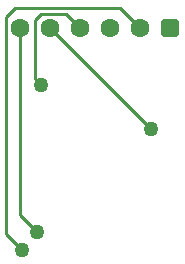
<source format=gbl>
G04*
G04 #@! TF.GenerationSoftware,Altium Limited,Altium Designer,24.2.2 (26)*
G04*
G04 Layer_Physical_Order=2*
G04 Layer_Color=16711680*
%FSLAX44Y44*%
%MOMM*%
G71*
G04*
G04 #@! TF.SameCoordinates,4FBEA47C-08EE-4C05-AA3B-087DA5EAA6FD*
G04*
G04*
G04 #@! TF.FilePolarity,Positive*
G04*
G01*
G75*
%ADD13C,0.2540*%
%ADD30C,1.6000*%
G04:AMPARAMS|DCode=31|XSize=1.6mm|YSize=1.6mm|CornerRadius=0.4mm|HoleSize=0mm|Usage=FLASHONLY|Rotation=180.000|XOffset=0mm|YOffset=0mm|HoleType=Round|Shape=RoundedRectangle|*
%AMROUNDEDRECTD31*
21,1,1.6000,0.8000,0,0,180.0*
21,1,0.8000,1.6000,0,0,180.0*
1,1,0.8000,-0.4000,0.4000*
1,1,0.8000,0.4000,0.4000*
1,1,0.8000,0.4000,-0.4000*
1,1,0.8000,-0.4000,-0.4000*
%
%ADD31ROUNDEDRECTD31*%
%ADD32C,1.2700*%
D13*
X10414Y109728D02*
X23862Y96280D01*
X10414Y109728D02*
Y294132D01*
X18034Y301752D01*
X106934D01*
X123952Y284734D01*
X22352Y126224D02*
Y284734D01*
Y126224D02*
X36562Y112014D01*
X35052Y241046D02*
X39744Y236354D01*
X35052Y241046D02*
Y291592D01*
X40132Y296672D01*
X61214D01*
X73152Y284734D01*
X47752D02*
X133463Y199023D01*
D30*
X22352Y284734D02*
D03*
X47752D02*
D03*
X98552D02*
D03*
X123952D02*
D03*
X73152D02*
D03*
D31*
X149352D02*
D03*
D32*
X23862Y96280D02*
D03*
X36562Y112014D02*
D03*
X39744Y236354D02*
D03*
X133463Y199023D02*
D03*
M02*

</source>
